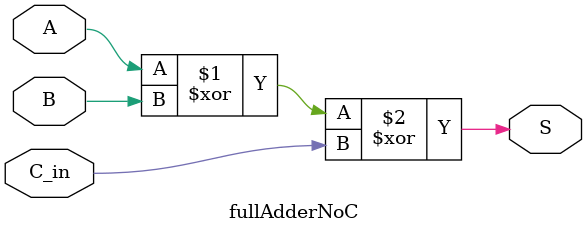
<source format=v>
module fullAdderNoC(input A, input B, input C_in, output S);

assign S = A ^ B ^ C_in;

endmodule
</source>
